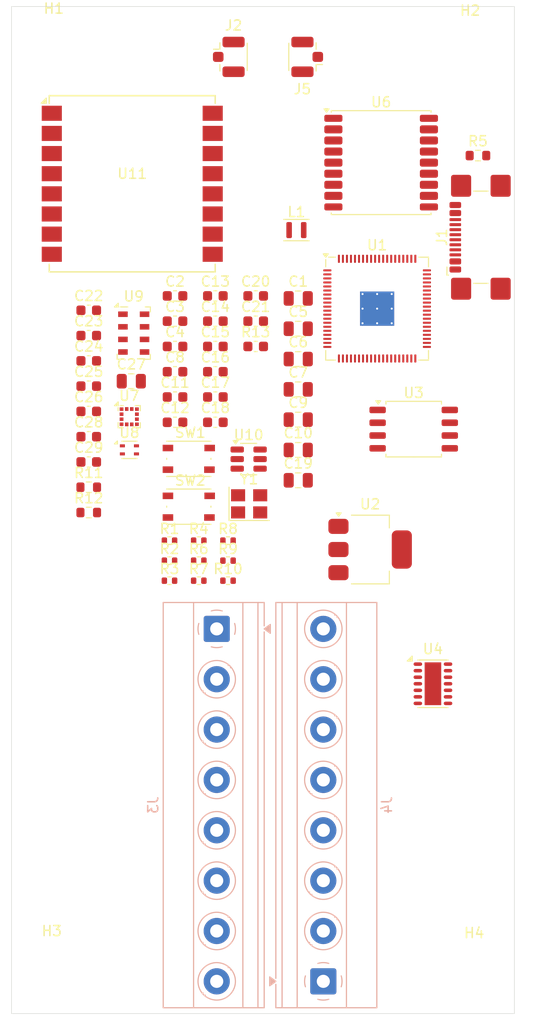
<source format=kicad_pcb>
(kicad_pcb (version 20241229) (generator "pcbnew") (generator_version "9.0")
  (layers (0 "F.Cu" signal) (2 "B.Cu" signal) (13 "F.Paste" user) (15 "B.Paste" user) (5 "F.SilkS" user "F.Silkscreen") (7 "B.SilkS" user "B.Silkscreen") (1 "F.Mask" user) (3 "B.Mask" user) (25 "Edge.Cuts" user))
  (net 0 "")
  (net 1 "GND")
  (net 2 "VBUS")
  (net 3 "+3V3")
  (net 4 "/Compute/XIN")
  (net 5 "Net-(C4-Pad1)")
  (net 6 "+1V1")
  (net 7 "/Compute/VREG_AVDD")
  (net 16 "/Compute/USB_D-")
  (net 17 "/Compute/USB_D+")
  (net 20 "Net-(J1-CC1)")
  (net 21 "Net-(J1-CC2)")
  (net 22 "Net-(J2-In)")
  (net 35 "/Compute/FLASH_SS")
  (net 36 "/Compute/XOUT")
  (net 37 "Net-(R4-Pad1)")
  (net 38 "/Compute/~{USB_BOOT}")
  (net 39 "/Compute/QSPI_SS")
  (net 40 "Net-(U1-USB_DP)")
  (net 41 "Net-(U1-USB_DM)")
  (net 42 "/Compute/GPIO0")
  (net 43 "/Sensors/I2C0_SCL")
  (net 44 "/Sensors/I2C0_SDA")
  (net 45 "/Compute/RUN")
  (net 46 "/Compute/SWCLK")
  (net 47 "/Compute/GPIO47_ADC7")
  (net 48 "/Compute/GPIO22")
  (net 49 "/Compute/VREG_LX")
  (net 50 "/Compute/GPIO14")
  (net 51 "/Compute/GPIO15")
  (net 52 "/Compute/GPIO35")
  (net 53 "/Compute/GPIO5")
  (net 54 "/Compute/GPIO33")
  (net 55 "/Compute/GPIO27")
  (net 56 "/Compute/SWD")
  (net 57 "/Compute/QSPI_SD1")
  (net 58 "/Compute/GPIO31")
  (net 59 "/Compute/QSPI_SD2")
  (net 60 "/Compute/GPIO13")
  (net 61 "/Compute/GPIO34")
  (net 62 "/Compute/GPIO39")
  (net 63 "/Compute/GPIO11")
  (net 64 "/Compute/GPIO20")
  (net 65 "/Compute/GPIO26")
  (net 66 "/Compute/GPIO36")
  (net 67 "/Compute/GPIO40_ADC0")
  (net 68 "/Compute/GPIO46_ADC6")
  (net 69 "/Compute/GPIO21")
  (net 70 "/Compute/QSPI_SD3")
  (net 71 "/Compute/GPIO44_ADC4")
  (net 72 "/Compute/GPIO16")
  (net 73 "/Compute/GPIO9")
  (net 74 "/Compute/GPIO38")
  (net 75 "/Compute/GPIO4")
  (net 76 "/Compute/GPIO23")
  (net 77 "/Compute/GPIO45_ADC5")
  (net 78 "/Compute/GPIO41_ADC1")
  (net 79 "/Compute/GPIO2")
  (net 80 "/Compute/GPIO19")
  (net 81 "/Compute/GPIO29")
  (net 82 "/Compute/GPIO18")
  (net 83 "/Compute/GPIO42_ADC2")
  (net 84 "/Compute/GPIO6")
  (net 85 "/Compute/GPIO3")
  (net 86 "/Compute/GPIO17")
  (net 87 "/Compute/GPIO8")
  (net 88 "/Compute/GPIO12")
  (net 89 "/Compute/QSPI_SCLK")
  (net 90 "/Compute/GPIO37")
  (net 91 "/Compute/GPIO32")
  (net 92 "/Compute/QSPI_SD0")
  (net 93 "/Compute/GPIO7")
  (net 94 "/Compute/GPIO25")
  (net 95 "/Compute/GPIO1")
  (net 96 "/Compute/GPIO10")
  (net 97 "/Compute/GPIO24")
  (net 98 "/Compute/GPIO28")
  (net 99 "/Compute/GPIO43_ADC3")
  (net 100 "/Compute/GPIO30")
  (net 102 "Net-(U4-VSS-Pad15)")
  (net 134 "Net-(U11-GND-Pad16)")
  (net 147 "Net-(J5-In)")
  (net 154 "Net-(U6-GND-Pad1)")
  (footprint "Connector_Coaxial:U.FL_Hirose_U.FL-R-SMT-1_Vertical" (layer "F.Cu") (at 142.8 44.2)
    (property "Reference" "J2" (at 0.475 -3.125 0) (layer "F.SilkS"))
    (property "Value" "Conn_Coaxial")
    (pad "1" smd roundrect (at -1.05 0) (size 1.05 1) (layers "F.Cu" "F.Mask" "F.Paste") (net 22 "Net-(J2-In)"))
    (pad "2" smd roundrect (at 0.475 -1.475) (size 2.2 1.05) (layers "F.Cu" "F.Mask" "F.Paste") (roundrect_rratio 0.2380952381) (net 1 "GND"))
    (pad "2" smd roundrect (at 0.475 1.475) (size 2.2 1.05) (layers "F.Cu" "F.Mask" "F.Paste") (roundrect_rratio 0.2380952381) (net 1 "GND"))
  )
  (footprint "RF_GPS:ublox_MAX" (layer "F.Cu") (at 157.95 54.7)
    (property "Reference" "U6" (at 0 -6 0) (layer "F.SilkS"))
    (property "Value" "MAX-M10S")
    (pad "1" smd roundrect (at -4.75 -4.4) (size 1.8 0.7) (layers "F.Cu" "F.Mask" "F.Paste") (net 154 "Net-(U6-GND-Pad1)"))
    (pad "2" smd roundrect (at -4.75 -3.3) (size 1.8 0.8) (layers "F.Cu" "F.Mask" "F.Paste"))
    (pad "3" smd roundrect (at -4.75 -2.2) (size 1.8 0.8) (layers "F.Cu" "F.Mask" "F.Paste"))
    (pad "4" smd roundrect (at -4.75 -1.1) (size 1.8 0.8) (layers "F.Cu" "F.Mask" "F.Paste"))
    (pad "5" smd roundrect (at -4.75 0) (size 1.8 0.8) (layers "F.Cu" "F.Mask" "F.Paste"))
    (pad "6" smd roundrect (at -4.75 1.1) (size 1.8 0.8) (layers "F.Cu" "F.Mask" "F.Paste"))
    (pad "7" smd roundrect (at -4.75 2.2) (size 1.8 0.8) (layers "F.Cu" "F.Mask" "F.Paste"))
    (pad "8" smd roundrect (at -4.75 3.3) (size 1.8 0.8) (layers "F.Cu" "F.Mask" "F.Paste"))
    (pad "9" smd roundrect (at -4.75 4.4) (size 1.8 0.7) (layers "F.Cu" "F.Mask" "F.Paste"))
    (pad "10" smd roundrect (at 4.75 4.4) (size 1.8 0.7) (layers "F.Cu" "F.Mask" "F.Paste") (net 154 "Net-(U6-GND-Pad1)"))
    (pad "11" smd roundrect (at 4.75 3.3) (size 1.8 0.8) (layers "F.Cu" "F.Mask" "F.Paste") (net 147 "Net-(J5-In)"))
    (pad "12" smd roundrect (at 4.75 2.2) (size 1.8 0.8) (layers "F.Cu" "F.Mask" "F.Paste") (net 154 "Net-(U6-GND-Pad1)"))
    (pad "13" smd roundrect (at 4.75 1.1) (size 1.8 0.8) (layers "F.Cu" "F.Mask" "F.Paste"))
    (pad "14" smd roundrect (at 4.75 0) (size 1.8 0.8) (layers "F.Cu" "F.Mask" "F.Paste"))
    (pad "15" smd roundrect (at 4.75 -1.1) (size 1.8 0.8) (layers "F.Cu" "F.Mask" "F.Paste"))
    (pad "16" smd roundrect (at 4.75 -2.2) (size 1.8 0.8) (layers "F.Cu" "F.Mask" "F.Paste"))
    (pad "17" smd roundrect (at 4.75 -3.3) (size 1.8 0.8) (layers "F.Cu" "F.Mask" "F.Paste"))
    (pad "18" smd roundrect (at 4.75 -4.4) (size 1.8 0.7) (layers "F.Cu" "F.Mask" "F.Paste"))
  )
  (footprint "Capacitor_SMD:C_0603_1608Metric" (layer "F.Cu") (at 137.455 72.955)
    (property "Reference" "C4" (at 0 -1.43 0) (layer "F.SilkS"))
    (property "Value" "15p")
    (pad "1" smd roundrect (at -0.775 0) (size 0.9 0.95) (layers "F.Cu" "F.Mask" "F.Paste") (net 5 "Net-(C4-Pad1)"))
    (pad "2" smd roundrect (at 0.775 0) (size 0.9 0.95) (layers "F.Cu" "F.Mask" "F.Paste") (net 1 "GND"))
  )
  (footprint "Capacitor_SMD:C_0603_1608Metric" (layer "F.Cu") (at 128.875 71.875)
    (property "Reference" "C23" (at 0 -1.43 0) (layer "F.SilkS"))
    (property "Value" "0.1u")
    (pad "1" smd roundrect (at -0.775 0) (size 0.9 0.95) (layers "F.Cu" "F.Mask" "F.Paste") (net 1 "GND"))
    (pad "2" smd roundrect (at 0.775 0) (size 0.9 0.95) (layers "F.Cu" "F.Mask" "F.Paste") (net 3 "+3V3"))
  )
  (footprint "Capacitor_SMD:C_0805_2012Metric" (layer "F.Cu") (at 149.705 71.195)
    (property "Reference" "C5" (at 0 -1.68 0) (layer "F.SilkS"))
    (property "Value" "10u")
    (pad "1" smd roundrect (at -0.95 0) (size 1 1.45) (layers "F.Cu" "F.Mask" "F.Paste") (net 3 "+3V3"))
    (pad "2" smd roundrect (at 0.95 0) (size 1 1.45) (layers "F.Cu" "F.Mask" "F.Paste") (net 1 "GND"))
  )
  (footprint "Package_TO_SOT_SMD:SOT-23-6" (layer "F.Cu") (at 144.775 84.14)
    (property "Reference" "U10" (at 0 -2.4 0) (layer "F.SilkS"))
    (property "Value" "USBLC6-2SC6")
    (pad "1" smd roundrect (at -1.1375 -0.95) (size 1.325 0.6) (layers "F.Cu" "F.Mask" "F.Paste"))
    (pad "2" smd roundrect (at -1.1375 0) (size 1.325 0.6) (layers "F.Cu" "F.Mask" "F.Paste"))
    (pad "3" smd roundrect (at -1.1375 0.95) (size 1.325 0.6) (layers "F.Cu" "F.Mask" "F.Paste"))
    (pad "4" smd roundrect (at 1.1375 0.95) (size 1.325 0.6) (layers "F.Cu" "F.Mask" "F.Paste"))
    (pad "5" smd roundrect (at 1.1375 0) (size 1.325 0.6) (layers "F.Cu" "F.Mask" "F.Paste"))
    (pad "6" smd roundrect (at 1.1375 -0.95) (size 1.325 0.6) (layers "F.Cu" "F.Mask" "F.Paste"))
  )
  (footprint "MountingHole:MountingHole_3.2mm_M3" (layer "F.Cu") (at 167.2 135.4)
    (property "Reference" "H4" (at 0 -4.2 0) (layer "F.SilkS"))
    (property "Value" "MountingHole")
    (pad "" np_thru_hole circle (at 0 0) (size 3.2 3.2) (drill 3.2) (layers "*.Cu" "*.Mask"))
  )
  (footprint "Capacitor_SMD:C_0805_2012Metric" (layer "F.Cu") (at 133.105 76.405)
    (property "Reference" "C27" (at 0 -1.68 0) (layer "F.SilkS"))
    (property "Value" "10u")
    (pad "1" smd roundrect (at -0.95 0) (size 1 1.45) (layers "F.Cu" "F.Mask" "F.Paste"))
    (pad "2" smd roundrect (at 0.95 0) (size 1 1.45) (layers "F.Cu" "F.Mask" "F.Paste"))
  )
  (footprint "Capacitor_SMD:C_0603_1608Metric" (layer "F.Cu") (at 141.465 70.445)
    (property "Reference" "C14" (at 0 -1.43 0) (layer "F.SilkS"))
    (property "Value" "0.1u")
    (pad "1" smd roundrect (at -0.775 0) (size 0.9 0.95) (layers "F.Cu" "F.Mask" "F.Paste") (net 3 "+3V3"))
    (pad "2" smd roundrect (at 0.775 0) (size 0.9 0.95) (layers "F.Cu" "F.Mask" "F.Paste") (net 1 "GND"))
  )
  (footprint "Button_Switch_SMD:SW_Push_1P1T_NO_Vertical_Wuerth_434133025816" (layer "F.Cu") (at 138.825 88.865)
    (property "Reference" "SW2" (at 0.15 -2.6 0) (layer "F.SilkS"))
    (property "Value" "SW_Push")
    (pad "1" smd rect (at -2.075 -1.075) (size 1.05 0.65) (layers "F.Cu" "F.Mask" "F.Paste") (net 37 "Net-(R4-Pad1)"))
    (pad "1" smd rect (at 2.075 -1.075) (size 1.05 0.65) (layers "F.Cu" "F.Mask" "F.Paste") (net 37 "Net-(R4-Pad1)"))
    (pad "2" smd rect (at -2.075 1.075) (size 1.05 0.65) (layers "F.Cu" "F.Mask" "F.Paste") (net 45 "/Compute/RUN"))
    (pad "2" smd rect (at 2.05 1.075) (size 1.05 0.65) (layers "F.Cu" "F.Mask" "F.Paste") (net 45 "/Compute/RUN"))
  )
  (footprint "Capacitor_SMD:C_0805_2012Metric" (layer "F.Cu") (at 149.705 77.215)
    (property "Reference" "C7" (at 0 -1.68 0) (layer "F.SilkS"))
    (property "Value" "4.7u")
    (pad "1" smd roundrect (at -0.95 0) (size 1 1.45) (layers "F.Cu" "F.Mask" "F.Paste") (net 6 "+1V1"))
    (pad "2" smd roundrect (at 0.95 0) (size 1 1.45) (layers "F.Cu" "F.Mask" "F.Paste") (net 1 "GND"))
  )
  (footprint "Capacitor_SMD:C_0805_2012Metric" (layer "F.Cu") (at 149.705 80.225)
    (property "Reference" "C9" (at 0 -1.68 0) (layer "F.SilkS"))
    (property "Value" "4.7u")
    (pad "1" smd roundrect (at -0.95 0) (size 1 1.45) (layers "F.Cu" "F.Mask" "F.Paste") (net 7 "/Compute/VREG_AVDD"))
    (pad "2" smd roundrect (at 0.95 0) (size 1 1.45) (layers "F.Cu" "F.Mask" "F.Paste") (net 1 "GND"))
  )
  (footprint "Resistor_SMD:R_0402_1005Metric" (layer "F.Cu") (at 142.725 92.235)
    (property "Reference" "R8" (at 0 -1.17 0) (layer "F.SilkS"))
    (property "Value" "27")
    (pad "1" smd roundrect (at -0.51 0) (size 0.54 0.64) (layers "F.Cu" "F.Mask" "F.Paste") (net 16 "/Compute/USB_D-"))
    (pad "2" smd roundrect (at 0.51 0) (size 0.54 0.64) (layers "F.Cu" "F.Mask" "F.Paste") (net 41 "Net-(U1-USB_DM)"))
  )
  (footprint "Package_TO_SOT_SMD:SOT-223-3_TabPin2" (layer "F.Cu") (at 156.855 93.12)
    (property "Reference" "U2" (at 0 -4.5 0) (layer "F.SilkS"))
    (property "Value" "NCP1117-3.3_SOT223")
    (pad "1" smd roundrect (at -3.15 -2.3) (size 2 1.5) (layers "F.Cu" "F.Mask" "F.Paste") (net 1 "GND"))
    (pad "2" smd roundrect (at -3.15 0) (size 2 1.5) (layers "F.Cu" "F.Mask" "F.Paste") (net 3 "+3V3"))
    (pad "2" smd roundrect (at 3.15 0) (size 2 3.8) (layers "F.Cu" "F.Mask" "F.Paste") (net 3 "+3V3"))
    (pad "3" smd roundrect (at -3.15 2.3) (size 2 1.5) (layers "F.Cu" "F.Mask" "F.Paste") (net 2 "VBUS"))
  )
  (footprint "Resistor_SMD:R_0402_1005Metric" (layer "F.Cu") (at 142.725 96.215)
    (property "Reference" "R10" (at 0 -1.17 0) (layer "F.SilkS"))
    (property "Value" "0")
    (pad "1" smd roundrect (at -0.51 0) (size 0.54 0.64) (layers "F.Cu" "F.Mask" "F.Paste") (net 39 "/Compute/QSPI_SS"))
    (pad "2" smd roundrect (at 0.51 0) (size 0.54 0.64) (layers "F.Cu" "F.Mask" "F.Paste") (net 35 "/Compute/FLASH_SS"))
  )
  (footprint "Button_Switch_SMD:SW_Push_1P1T_NO_Vertical_Wuerth_434133025816" (layer "F.Cu") (at 138.825 84.115)
    (property "Reference" "SW1" (at 0.15 -2.6 0) (layer "F.SilkS"))
    (property "Value" "SW_Push")
    (pad "1" smd rect (at -2.075 -1.075) (size 1.05 0.65) (layers "F.Cu" "F.Mask" "F.Paste") (net 1 "GND"))
    (pad "1" smd rect (at 2.075 -1.075) (size 1.05 0.65) (layers "F.Cu" "F.Mask" "F.Paste") (net 1 "GND"))
    (pad "2" smd rect (at -2.075 1.075) (size 1.05 0.65) (layers "F.Cu" "F.Mask" "F.Paste") (net 38 "/Compute/~{USB_BOOT}"))
    (pad "2" smd rect (at 2.05 1.075) (size 1.05 0.65) (layers "F.Cu" "F.Mask" "F.Paste") (net 38 "/Compute/~{USB_BOOT}"))
  )
  (footprint "RF_Module:Ai-Thinker-Ra-01-LoRa" (layer "F.Cu") (at 133.2 56.8)
    (property "Reference" "U11" (at 0 -1 0) (layer "F.SilkS"))
    (property "Value" "Ai-Thinker-Ra-01")
    (pad "1" smd rect (at -8 -7) (size 2 1.5) (layers "F.Cu" "F.Mask" "F.Paste") (net 22 "Net-(J2-In)"))
    (pad "2" smd rect (at -8 -5) (size 2 1.5) (layers "F.Cu" "F.Mask" "F.Paste") (net 134 "Net-(U11-GND-Pad16)"))
    (pad "3" smd rect (at -8 -3) (size 2 1.5) (layers "F.Cu" "F.Mask" "F.Paste"))
    (pad "4" smd rect (at -8 -1) (size 2 1.5) (layers "F.Cu" "F.Mask" "F.Paste"))
    (pad "5" smd rect (at -8 1) (size 2 1.5) (layers "F.Cu" "F.Mask" "F.Paste"))
    (pad "6" smd rect (at -8 3) (size 2 1.5) (layers "F.Cu" "F.Mask" "F.Paste"))
    (pad "7" smd rect (at -8 5) (size 2 1.5) (layers "F.Cu" "F.Mask" "F.Paste"))
    (pad "8" smd rect (at -8 7) (size 2 1.5) (layers "F.Cu" "F.Mask" "F.Paste"))
    (pad "9" smd rect (at 8 7) (size 2 1.5) (layers "F.Cu" "F.Mask" "F.Paste") (net 134 "Net-(U11-GND-Pad16)"))
    (pad "10" smd rect (at 8 5) (size 2 1.5) (layers "F.Cu" "F.Mask" "F.Paste"))
    (pad "11" smd rect (at 8 3) (size 2 1.5) (layers "F.Cu" "F.Mask" "F.Paste"))
    (pad "12" smd rect (at 8 1) (size 2 1.5) (layers "F.Cu" "F.Mask" "F.Paste"))
    (pad "13" smd rect (at 8 -1) (size 2 1.5) (layers "F.Cu" "F.Mask" "F.Paste"))
    (pad "14" smd rect (at 8 -3) (size 2 1.5) (layers "F.Cu" "F.Mask" "F.Paste"))
    (pad "15" smd rect (at 8 -5) (size 2 1.5) (layers "F.Cu" "F.Mask" "F.Paste"))
    (pad "16" smd rect (at 8 -7) (size 2 1.5) (layers "F.Cu" "F.Mask" "F.Paste") (net 134 "Net-(U11-GND-Pad16)"))
  )
  (footprint "Capacitor_SMD:C_0603_1608Metric" (layer "F.Cu") (at 141.465 72.955)
    (property "Reference" "C15" (at 0 -1.43 0) (layer "F.SilkS"))
    (property "Value" "0.1u")
    (pad "1" smd roundrect (at -0.775 0) (size 0.9 0.95) (layers "F.Cu" "F.Mask" "F.Paste") (net 3 "+3V3"))
    (pad "2" smd roundrect (at 0.775 0) (size 0.9 0.95) (layers "F.Cu" "F.Mask" "F.Paste") (net 1 "GND"))
  )
  (footprint "Connector_Coaxial:U.FL_Hirose_U.FL-R-SMT-1_Vertical" (layer "F.Cu") (at 150.6 44.2 180)
    (property "Reference" "J5" (at 0.475 -3.2 0) (layer "F.SilkS"))
    (property "Value" "Conn_Coaxial")
    (pad "1" smd roundrect (at -1.05 0 180) (size 1.05 1) (layers "F.Cu" "F.Mask" "F.Paste") (net 147 "Net-(J5-In)"))
    (pad "2" smd roundrect (at 0.475 -1.475 180) (size 2.2 1.05) (layers "F.Cu" "F.Mask" "F.Paste") (roundrect_rratio 0.2380952381) (net 1 "GND"))
    (pad "2" smd roundrect (at 0.475 1.475 180) (size 2.2 1.05) (layers "F.Cu" "F.Mask" "F.Paste") (roundrect_rratio 0.2380952381) (net 1 "GND"))
  )
  (footprint "Capacitor_SMD:C_0603_1608Metric" (layer "F.Cu") (at 137.455 70.445)
    (property "Reference" "C3" (at 0 -1.43 0) (layer "F.SilkS"))
    (property "Value" "15p")
    (pad "1" smd roundrect (at -0.775 0) (size 0.9 0.95) (layers "F.Cu" "F.Mask" "F.Paste") (net 4 "/Compute/XIN"))
    (pad "2" smd roundrect (at 0.775 0) (size 0.9 0.95) (layers "F.Cu" "F.Mask" "F.Paste") (net 1 "GND"))
  )
  (footprint "Capacitor_SMD:C_0805_2012Metric" (layer "F.Cu") (at 149.705 68.185)
    (property "Reference" "C1" (at 0 -1.68 0) (layer "F.SilkS"))
    (property "Value" "10u")
    (pad "1" smd roundrect (at -0.95 0) (size 1 1.45) (layers "F.Cu" "F.Mask" "F.Paste") (net 2 "VBUS"))
    (pad "2" smd roundrect (at 0.95 0) (size 1 1.45) (layers "F.Cu" "F.Mask" "F.Paste") (net 1 "GND"))
  )
  (footprint "Capacitor_SMD:C_0603_1608Metric" (layer "F.Cu") (at 128.875 74.385)
    (property "Reference" "C24" (at 0 -1.43 0) (layer "F.SilkS"))
    (property "Value" "0.1u")
    (pad "1" smd roundrect (at -0.775 0) (size 0.9 0.95) (layers "F.Cu" "F.Mask" "F.Paste") (net 1 "GND"))
    (pad "2" smd roundrect (at 0.775 0) (size 0.9 0.95) (layers "F.Cu" "F.Mask" "F.Paste") (net 3 "+3V3"))
  )
  (footprint "Capacitor_SMD:C_0805_2012Metric" (layer "F.Cu") (at 149.705 83.235)
    (property "Reference" "C10" (at 0 -1.68 0) (layer "F.SilkS"))
    (property "Value" "4.7u")
    (pad "1" smd roundrect (at -0.95 0) (size 1 1.45) (layers "F.Cu" "F.Mask" "F.Paste") (net 6 "+1V1"))
    (pad "2" smd roundrect (at 0.95 0) (size 1 1.45) (layers "F.Cu" "F.Mask" "F.Paste") (net 1 "GND"))
  )
  (footprint "Capacitor_SMD:C_0603_1608Metric" (layer "F.Cu") (at 141.465 80.485)
    (property "Reference" "C18" (at 0 -1.43 0) (layer "F.SilkS"))
    (property "Value" "0.1u")
    (pad "1" smd roundrect (at -0.775 0) (size 0.9 0.95) (layers "F.Cu" "F.Mask" "F.Paste") (net 3 "+3V3"))
    (pad "2" smd roundrect (at 0.775 0) (size 0.9 0.95) (layers "F.Cu" "F.Mask" "F.Paste") (net 1 "GND"))
  )
  (footprint "MountingHole:MountingHole_3.2mm_M3" (layer "F.Cu") (at 125.4 43.6)
    (property "Reference" "H1" (at 0 -4.2 0) (layer "F.SilkS"))
    (property "Value" "MountingHole")
    (pad "" np_thru_hole circle (at 0 0) (size 3.2 3.2) (drill 3.2) (layers "*.Cu" "*.Mask"))
  )
  (footprint "Capacitor_SMD:C_0603_1608Metric" (layer "F.Cu") (at 141.465 75.465)
    (property "Reference" "C16" (at 0 -1.43 0) (layer "F.SilkS"))
    (property "Value" "0.1u")
    (pad "1" smd roundrect (at -0.775 0) (size 0.9 0.95) (layers "F.Cu" "F.Mask" "F.Paste") (net 3 "+3V3"))
    (pad "2" smd roundrect (at 0.775 0) (size 0.9 0.95) (layers "F.Cu" "F.Mask" "F.Paste") (net 1 "GND"))
  )
  (footprint "Capacitor_SMD:C_0603_1608Metric" (layer "F.Cu") (at 128.875 79.405)
    (property "Reference" "C26" (at 0 -1.43 0) (layer "F.SilkS"))
    (property "Value" "0.1u")
    (pad "1" smd roundrect (at -0.775 0) (size 0.9 0.95) (layers "F.Cu" "F.Mask" "F.Paste"))
    (pad "2" smd roundrect (at 0.775 0) (size 0.9 0.95) (layers "F.Cu" "F.Mask" "F.Paste"))
  )
  (footprint "Sensor_Humidity:Sensirion_DFN-4_1.5x1.5mm_P0.8mm_SHT4x_NoCentralPad" (layer "F.Cu") (at 132.92 83.225)
    (property "Reference" "U8" (at 0 -1.7 0) (layer "F.SilkS"))
    (property "Value" "SHT4x")
    (pad "1" smd rect (at -0.7 -0.4) (size 0.5 0.3) (layers "F.Cu" "F.Mask" "F.Paste") (net 44 "/Sensors/I2C0_SDA"))
    (pad "2" smd rect (at -0.7 0.4) (size 0.5 0.3) (layers "F.Cu" "F.Mask" "F.Paste") (net 43 "/Sensors/I2C0_SCL"))
    (pad "3" smd rect (at 0.7 0.4) (size 0.5 0.3) (layers "F.Cu" "F.Mask" "F.Paste") (net 3 "+3V3"))
    (pad "4" smd rect (at 0.7 -0.4) (size 0.5 0.3) (layers "F.Cu" "F.Mask" "F.Paste") (net 1 "GND"))
  )
  (footprint "Capacitor_SMD:C_0603_1608Metric" (layer "F.Cu") (at 128.875 76.895)
    (property "Reference" "C25" (at 0 -1.43 0) (layer "F.SilkS"))
    (property "Value" "0.1u")
    (pad "1" smd roundrect (at -0.775 0) (size 0.9 0.95) (layers "F.Cu" "F.Mask" "F.Paste"))
    (pad "2" smd roundrect (at 0.775 0) (size 0.9 0.95) (layers "F.Cu" "F.Mask" "F.Paste"))
  )
  (footprint "Resistor_SMD:R_0603_1608Metric" (layer "F.Cu") (at 128.875 89.445)
    (property "Reference" "R12" (at 0 -1.43 0) (layer "F.SilkS"))
    (property "Value" "1K")
    (pad "1" smd roundrect (at -0.825 0) (size 0.8 0.95) (layers "F.Cu" "F.Mask" "F.Paste") (net 3 "+3V3"))
    (pad "2" smd roundrect (at 0.825 0) (size 0.8 0.95) (layers "F.Cu" "F.Mask" "F.Paste") (net 44 "/Sensors/I2C0_SDA"))
  )
  (footprint "Capacitor_SMD:C_0603_1608Metric" (layer "F.Cu") (at 128.875 81.915)
    (property "Reference" "C28" (at 0 -1.43 0) (layer "F.SilkS"))
    (property "Value" "0.1u")
    (pad "1" smd roundrect (at -0.775 0) (size 0.9 0.95) (layers "F.Cu" "F.Mask" "F.Paste") (net 3 "+3V3"))
    (pad "2" smd roundrect (at 0.775 0) (size 0.9 0.95) (layers "F.Cu" "F.Mask" "F.Paste") (net 1 "GND"))
  )
  (footprint "Capacitor_SMD:C_0603_1608Metric" (layer "F.Cu") (at 137.455 77.975)
    (property "Reference" "C11" (at 0 -1.43 0) (layer "F.SilkS"))
    (property "Value" "0.1u")
    (pad "1" smd roundrect (at -0.775 0) (size 0.9 0.95) (layers "F.Cu" "F.Mask" "F.Paste") (net 6 "+1V1"))
    (pad "2" smd roundrect (at 0.775 0) (size 0.9 0.95) (layers "F.Cu" "F.Mask" "F.Paste") (net 1 "GND"))
  )
  (footprint "Capacitor_SMD:C_0603_1608Metric" (layer "F.Cu") (at 141.465 77.975)
    (property "Reference" "C17" (at 0 -1.43 0) (layer "F.SilkS"))
    (property "Value" "0.1u")
    (pad "1" smd roundrect (at -0.775 0) (size 0.9 0.95) (layers "F.Cu" "F.Mask" "F.Paste") (net 3 "+3V3"))
    (pad "2" smd roundrect (at 0.775 0) (size 0.9 0.95) (layers "F.Cu" "F.Mask" "F.Paste") (net 1 "GND"))
  )
  (footprint "Capacitor_SMD:C_0603_1608Metric" (layer "F.Cu") (at 145.475 67.935)
    (property "Reference" "C20" (at 0 -1.43 0) (layer "F.SilkS"))
    (property "Value" "0.1u")
    (pad "1" smd roundrect (at -0.775 0) (size 0.9 0.95) (layers "F.Cu" "F.Mask" "F.Paste") (net 3 "+3V3"))
    (pad "2" smd roundrect (at 0.775 0) (size 0.9 0.95) (layers "F.Cu" "F.Mask" "F.Paste") (net 1 "GND"))
  )
  (footprint "Resistor_SMD:R_0402_1005Metric" (layer "F.Cu") (at 139.815 96.215)
    (property "Reference" "R7" (at 0 -1.17 0) (layer "F.SilkS"))
    (property "Value" "27")
    (pad "1" smd roundrect (at -0.51 0) (size 0.54 0.64) (layers "F.Cu" "F.Mask" "F.Paste") (net 17 "/Compute/USB_D+"))
    (pad "2" smd roundrect (at 0.51 0) (size 0.54 0.64) (layers "F.Cu" "F.Mask" "F.Paste") (net 40 "Net-(U1-USB_DP)"))
  )
  (footprint "Package_DFN_QFN:QFN-80-1EP_10x10mm_P0.4mm_EP3.4x3.4mm_ThermalVias" (layer "F.Cu") (at 157.55 69.2)
    (property "Reference" "U1" (at 0 -6.3 0) (layer "F.SilkS"))
    (property "Value" "RP2350_80QFN")
    (pad "1" smd roundrect (at -4.95 -3.8) (size 0.8 0.2) (layers "F.Cu" "F.Mask" "F.Paste") (net 75 "/Compute/GPIO4"))
    (pad "2" smd roundrect (at -4.95 -3.4) (size 0.8 0.2) (layers "F.Cu" "F.Mask" "F.Paste") (net 53 "/Compute/GPIO5"))
    (pad "3" smd roundrect (at -4.95 -3) (size 0.8 0.2) (layers "F.Cu" "F.Mask" "F.Paste") (net 84 "/Compute/GPIO6"))
    (pad "4" smd roundrect (at -4.95 -2.6) (size 0.8 0.2) (layers "F.Cu" "F.Mask" "F.Paste") (net 93 "/Compute/GPIO7"))
    (pad "5" smd roundrect (at -4.95 -2.2) (size 0.8 0.2) (layers "F.Cu" "F.Mask" "F.Paste") (net 3 "+3V3"))
    (pad "6" smd roundrect (at -4.95 -1.8) (size 0.8 0.2) (layers "F.Cu" "F.Mask" "F.Paste") (net 87 "/Compute/GPIO8"))
    (pad "7" smd roundrect (at -4.95 -1.4) (size 0.8 0.2) (layers "F.Cu" "F.Mask" "F.Paste") (net 73 "/Compute/GPIO9"))
    (pad "8" smd roundrect (at -4.95 -1) (size 0.8 0.2) (layers "F.Cu" "F.Mask" "F.Paste") (net 96 "/Compute/GPIO10"))
    (pad "9" smd roundrect (at -4.95 -0.6) (size 0.8 0.2) (layers "F.Cu" "F.Mask" "F.Paste") (net 63 "/Compute/GPIO11"))
    (pad "10" smd roundrect (at -4.95 -0.2) (size 0.8 0.2) (layers "F.Cu" "F.Mask" "F.Paste") (net 6 "+1V1"))
    (pad "11" smd roundrect (at -4.95 0.2) (size 0.8 0.2) (layers "F.Cu" "F.Mask" "F.Paste") (net 88 "/Compute/GPIO12"))
    (pad "12" smd roundrect (at -4.95 0.6) (size 0.8 0.2) (layers "F.Cu" "F.Mask" "F.Paste") (net 60 "/Compute/GPIO13"))
    (pad "13" smd roundrect (at -4.95 1) (size 0.8 0.2) (layers "F.Cu" "F.Mask" "F.Paste") (net 50 "/Compute/GPIO14"))
    (pad "14" smd roundrect (at -4.95 1.4) (size 0.8 0.2) (layers "F.Cu" "F.Mask" "F.Paste") (net 51 "/Compute/GPIO15"))
    (pad "15" smd roundrect (at -4.95 1.8) (size 0.8 0.2) (layers "F.Cu" "F.Mask" "F.Paste") (net 3 "+3V3"))
    (pad "16" smd roundrect (at -4.95 2.2) (size 0.8 0.2) (layers "F.Cu" "F.Mask" "F.Paste") (net 72 "/Compute/GPIO16"))
    (pad "17" smd roundrect (at -4.95 2.6) (size 0.8 0.2) (layers "F.Cu" "F.Mask" "F.Paste") (net 86 "/Compute/GPIO17"))
    (pad "18" smd roundrect (at -4.95 3) (size 0.8 0.2) (layers "F.Cu" "F.Mask" "F.Paste") (net 82 "/Compute/GPIO18"))
    (pad "19" smd roundrect (at -4.95 3.4) (size 0.8 0.2) (layers "F.Cu" "F.Mask" "F.Paste") (net 80 "/Compute/GPIO19"))
    (pad "20" smd roundrect (at -4.95 3.8) (size 0.8 0.2) (layers "F.Cu" "F.Mask" "F.Paste") (net 64 "/Compute/GPIO20"))
    (pad "21" smd roundrect (at -3.8 4.95) (size 0.2 0.8) (layers "F.Cu" "F.Mask" "F.Paste") (net 69 "/Compute/GPIO21"))
    (pad "22" smd roundrect (at -3.4 4.95) (size 0.2 0.8) (layers "F.Cu" "F.Mask" "F.Paste") (net 48 "/Compute/GPIO22"))
    (pad "23" smd roundrect (at -3 4.95) (size 0.2 0.8) (layers "F.Cu" "F.Mask" "F.Paste") (net 76 "/Compute/GPIO23"))
    (pad "24" smd roundrect (at -2.6 4.95) (size 0.2 0.8) (layers "F.Cu" "F.Mask" "F.Paste") (net 3 "+3V3"))
    (pad "25" smd roundrect (at -2.2 4.95) (size 0.2 0.8) (layers "F.Cu" "F.Mask" "F.Paste") (net 97 "/Compute/GPIO24"))
    (pad "26" smd roundrect (at -1.8 4.95) (size 0.2 0.8) (layers "F.Cu" "F.Mask" "F.Paste") (net 94 "/Compute/GPIO25"))
    (pad "27" smd roundrect (at -1.4 4.95) (size 0.2 0.8) (layers "F.Cu" "F.Mask" "F.Paste") (net 65 "/Compute/GPIO26"))
    (pad "28" smd roundrect (at -1 4.95) (size 0.2 0.8) (layers "F.Cu" "F.Mask" "F.Paste") (net 55 "/Compute/GPIO27"))
    (pad "29" smd roundrect (at -0.6 4.95) (size 0.2 0.8) (layers "F.Cu" "F.Mask" "F.Paste") (net 3 "+3V3"))
    (pad "30" smd roundrect (at -0.2 4.95) (size 0.2 0.8) (layers "F.Cu" "F.Mask" "F.Paste") (net 4 "/Compute/XIN"))
    (pad "31" smd roundrect (at 0.2 4.95) (size 0.2 0.8) (layers "F.Cu" "F.Mask" "F.Paste") (net 36 "/Compute/XOUT"))
    (pad "32" smd roundrect (at 0.6 4.95) (size 0.2 0.8) (layers "F.Cu" "F.Mask" "F.Paste") (net 6 "+1V1"))
    (pad "33" smd roundrect (at 1 4.95) (size 0.2 0.8) (layers "F.Cu" "F.Mask" "F.Paste") (net 46 "/Compute/SWCLK"))
    (pad "34" smd roundrect (at 1.4 4.95) (size 0.2 0.8) (layers "F.Cu" "F.Mask" "F.Paste") (net 56 "/Compute/SWD"))
    (pad "35" smd roundrect (at 1.8 4.95) (size 0.2 0.8) (layers "F.Cu" "F.Mask" "F.Paste") (net 45 "/Compute/RUN"))
    (pad "36" smd roundrect (at 2.2 4.95) (size 0.2 0.8) (layers "F.Cu" "F.Mask" "F.Paste") (net 98 "/Compute/GPIO28"))
    (pad "37" smd roundrect (at 2.6 4.95) (size 0.2 0.8) (layers "F.Cu" "F.Mask" "F.Paste") (net 81 "/Compute/GPIO29"))
    (pad "38" smd roundrect (at 3 4.95) (size 0.2 0.8) (layers "F.Cu" "F.Mask" "F.Paste") (net 100 "/Compute/GPIO30"))
    (pad "39" smd roundrect (at 3.4 4.95) (size 0.2 0.8) (layers "F.Cu" "F.Mask" "F.Paste") (net 58 "/Compute/GPIO31"))
    (pad "40" smd roundrect (at 3.8 4.95) (size 0.2 0.8) (layers "F.Cu" "F.Mask" "F.Paste") (net 91 "/Compute/GPIO32"))
    (pad "41" smd roundrect (at 4.95 3.8) (size 0.8 0.2) (layers "F.Cu" "F.Mask" "F.Paste") (net 3 "+3V3"))
    (pad "42" smd roundrect (at 4.95 3.4) (size 0.8 0.2) (layers "F.Cu" "F.Mask" "F.Paste") (net 54 "/Compute/GPIO33"))
    (pad "43" smd roundrect (at 4.95 3) (size 0.8 0.2) (layers "F.Cu" "F.Mask" "F.Paste") (net 61 "/Compute/GPIO34"))
    (pad "44" smd roundrect (at 4.95 2.6) (size 0.8 0.2) (layers "F.Cu" "F.Mask" "F.Paste") (net 52 "/Compute/GPIO35"))
    (pad "45" smd roundrect (at 4.95 2.2) (size 0.8 0.2) (layers "F.Cu" "F.Mask" "F.Paste") (net 66 "/Compute/GPIO36"))
    (pad "46" smd roundrect (at 4.95 1.8) (size 0.8 0.2) (layers "F.Cu" "F.Mask" "F.Paste") (net 90 "/Compute/GPIO37"))
    (pad "47" smd roundrect (at 4.95 1.4) (size 0.8 0.2) (layers "F.Cu" "F.Mask" "F.Paste") (net 74 "/Compute/GPIO38"))
    (pad "48" smd roundrect (at 4.95 1) (size 0.8 0.2) (layers "F.Cu" "F.Mask" "F.Paste") (net 62 "/Compute/GPIO39"))
    (pad "49" smd roundrect (at 4.95 0.6) (size 0.8 0.2) (layers "F.Cu" "F.Mask" "F.Paste") (net 67 "/Compute/GPIO40_ADC0"))
    (pad "50" smd roundrect (at 4.95 0.2) (size 0.8 0.2) (layers "F.Cu" "F.Mask" "F.Paste") (net 3 "+3V3"))
    (pad "51" smd roundrect (at 4.95 -0.2) (size 0.8 0.2) (layers "F.Cu" "F.Mask" "F.Paste") (net 6 "+1V1"))
    (pad "52" smd roundrect (at 4.95 -0.6) (size 0.8 0.2) (layers "F.Cu" "F.Mask" "F.Paste") (net 78 "/Compute/GPIO41_ADC1"))
    (pad "53" smd roundrect (at 4.95 -1) (size 0.8 0.2) (layers "F.Cu" "F.Mask" "F.Paste") (net 83 "/Compute/GPIO42_ADC2"))
    (pad "54" smd roundrect (at 4.95 -1.4) (size 0.8 0.2) (layers "F.Cu" "F.Mask" "F.Paste") (net 99 "/Compute/GPIO43_ADC3"))
    (pad "55" smd roundrect (at 4.95 -1.8) (size 0.8 0.2) (layers "F.Cu" "F.Mask" "F.Paste") (net 71 "/Compute/GPIO44_ADC4"))
    (pad "56" smd roundrect (at 4.95 -2.2) (size 0.8 0.2) (layers "F.Cu" "F.Mask" "F.Paste") (net 77 "/Compute/GPIO45_ADC5"))
    (pad "57" smd roundrect (at 4.95 -2.6) (size 0.8 0.2) (layers "F.Cu" "F.Mask" "F.Paste") (net 68 "/Compute/GPIO46_ADC6"))
    (pad "58" smd roundrect (at 4.95 -3) (size 0.8 0.2) (layers "F.Cu" "F.Mask" "F.Paste") (net 47 "/Compute/GPIO47_ADC7"))
    (pad "59" smd roundrect (at 4.95 -3.4) (size 0.8 0.2) (layers "F.Cu" "F.Mask" "F.Paste") (net 3 "+3V3"))
    (pad "60" smd roundrect (at 4.95 -3.8) (size 0.8 0.2) (layers "F.Cu" "F.Mask" "F.Paste") (net 3 "+3V3"))
    (pad "61" smd roundrect (at 3.8 -4.95) (size 0.2 0.8) (layers "F.Cu" "F.Mask" "F.Paste") (net 7 "/Compute/VREG_AVDD"))
    (pad "62" smd roundrect (at 3.4 -4.95) (size 0.2 0.8) (layers "F.Cu" "F.Mask" "F.Paste") (net 1 "GND"))
    (pad "63" smd roundrect (at 3 -4.95) (size 0.2 0.8) (layers "F.Cu" "F.Mask" "F.Paste") (net 49 "/Compute/VREG_LX"))
    (pad "64" smd roundrect (at 2.6 -4.95) (size 0.2 0.8) (layers "F.Cu" "F.Mask" "F.Paste") (net 6 "+1V1"))
    (pad "65" smd roundrect (at 2.2 -4.95) (size 0.2 0.8) (layers "F.Cu" "F.Mask" "F.Paste") (net 6 "+1V1"))
    (pad "66" smd roundrect (at 1.8 -4.95) (size 0.2 0.8) (layers "F.Cu" "F.Mask" "F.Paste") (net 41 "Net-(U1-USB_DM)"))
    (pad "67" smd roundrect (at 1.4 -4.95) (size 0.2 0.8) (layers "F.Cu" "F.Mask" "F.Paste") (net 40 "Net-(U1-USB_DP)"))
    (pad "68" smd roundrect (at 1 -4.95) (size 0.2 0.8) (layers "F.Cu" "F.Mask" "F.Paste") (net 3 "+3V3"))
    (pad "69" smd roundrect (at 0.6 -4.95) (size 0.2 0.8) (layers "F.Cu" "F.Mask" "F.Paste") (net 3 "+3V3"))
    (pad "70" smd roundrect (at 0.2 -4.95) (size 0.2 0.8) (layers "F.Cu" "F.Mask" "F.Paste") (net 70 "/Compute/QSPI_SD3"))
    (pad "71" smd roundrect (at -0.2 -4.95) (size 0.2 0.8) (layers "F.Cu" "F.Mask" "F.Paste") (net 89 "/Compute/QSPI_SCLK"))
    (pad "72" smd roundrect (at -0.6 -4.95) (size 0.2 0.8) (layers "F.Cu" "F.Mask" "F.Paste") (net 92 "/Compute/QSPI_SD0"))
    (pad "73" smd roundrect (at -1 -4.95) (size 0.2 0.8) (layers "F.Cu" "F.Mask" "F.Paste") (net 59 "/Compute/QSPI_SD2"))
    (pad "74" smd roundrect (at -1.4 -4.95) (size 0.2 0.8) (layers "F.Cu" "F.Mask" "F.Paste") (net 57 "/Compute/QSPI_SD1"))
    (pad "75" smd roundrect (at -1.8 -4.95) (size 0.2 0.8) (layers "F.Cu" "F.Mask" "F.Paste") (net 39 "/Compute/QSPI_SS"))
    (pad "76" smd roundrect (at -2.2 -4.95) (size 0.2 0.8) (layers "F.Cu" "F.Mask" "F.Paste") (net 3 "+3V3"))
    (pad "77" smd roundrect (at -2.6 -4.95) (size 0.2 0.8) (layers "F.Cu" "F.Mask" "F.Paste") (net 42 "/Compute/GPIO0"))
    (pad "78" smd roundrect (at -3 -4.95) (size 0.2 0.8) (layers "F.Cu" "F.Mask" "F.Paste") (net 95 "/Compute/GPIO1"))
    (pad "79" smd roundrect (at -3.4 -4.95) (size 0.2 0.8) (layers "F.Cu" "F.Mask" "F.Paste") (net 79 "/Compute/GPIO2"))
    (pad "80" smd roundrect (at -3.8 -4.95) (size 0.2 0.8) (layers "F.Cu" "F.Mask" "F.Paste") (net 85 "/Compute/GPIO3"))
    (pad "81" thru_hole circle (at -1.45 -1.45) (size 0.5 0.5) (drill 0.2) (property pad_prop_heatsink) (layers "*.Cu") (net 1 "GND"))
    (pad "81" thru_hole circle (at -1.45 0) (size 0.5 0.5) (drill 0.2) (property pad_prop_heatsink) (layers "*.Cu") (net 1 "GND"))
    (pad "81" thru_hole circle (at -1.45 1.45) (size 0.5 0.5) (drill 0.2) (property pad_prop_heatsink) (layers "*.Cu") (net 1 "GND"))
    (pad "81" thru_hole circle (at 0 -1.45) (size 0.5 0.5) (drill 0.2) (property pad_prop_heatsink) (layers "*.Cu") (net 1 "GND"))
    (pad "81" thru_hole circle (at 0 0) (size 0.5 0.5) (drill 0.2) (property pad_prop_heatsink) (layers "*.Cu") (net 1 "GND"))
    (pad "81" smd rect (at 0 0) (size 3.4 3.4) (property pad_prop_heatsink) (layers "F.Cu" "F.Mask") (net 1 "GND"))
    (pad "81" smd rect (at 0 0) (size 3.4 3.4) (property pad_prop_heatsink) (layers "B.Cu") (net 1 "GND"))
    (pad "81" thru_hole circle (at 0 1.45) (size 0.5 0.5) (drill 0.2) (property pad_prop_heatsink) (layers "*.Cu") (net 1 "GND"))
    (pad "81" thru_hole circle (at 1.45 -1.45) (size 0.5 0.5) (drill 0.2) (property pad_prop_heatsink) (layers "*.Cu") (net 1 "GND"))
    (pad "81" thru_hole circle (at 1.45 0) (size 0.5 0.5) (drill 0.2) (property pad_prop_heatsink) (layers "*.Cu") (net 1 "GND"))
    (pad "81" thru_hole circle (at 1.45 1.45) (size 0.5 0.5) (drill 0.2) (property pad_prop_heatsink) (layers "*.Cu") (net 1 "GND"))
  )
  (footprint "Capacitor_SMD:C_0603_1608Metric" (layer "F.Cu") (at 141.465 67.935)
    (property "Reference" "C13" (at 0 -1.43 0) (layer "F.SilkS"))
    (property "Value" "0.1u")
    (pad "1" smd roundrect (at -0.775 0) (size 0.9 0.95) (layers "F.Cu" "F.Mask" "F.Paste") (net 3 "+3V3"))
    (pad "2" smd roundrect (at 0.775 0) (size 0.9 0.95) (layers "F.Cu" "F.Mask" "F.Paste") (net 1 "GND"))
  )
  (footprint "Capacitor_SMD:C_0805_2012Metric" (layer "F.Cu") (at 149.705 86.245)
    (property "Reference" "C19" (at 0 -1.68 0) (layer "F.SilkS"))
    (property "Value" "10u")
    (pad "1" smd roundrect (at -0.95 0) (size 1 1.45) (layers "F.Cu" "F.Mask" "F.Paste") (net 3 "+3V3"))
    (pad "2" smd roundrect (at 0.95 0) (size 1 1.45) (layers "F.Cu" "F.Mask" "F.Paste") (net 1 "GND"))
  )
  (footprint "MountingHole:MountingHole_3.2mm_M3" (layer "F.Cu") (at 125.2 135.2)
    (property "Reference" "H3" (at 0 -4.2 0) (layer "F.SilkS"))
    (property "Value" "MountingHole")
    (pad "" np_thru_hole circle (at 0 0) (size 3.2 3.2) (drill 3.2) (layers "*.Cu" "*.Mask"))
  )
  (footprint "Package_SO:SOIC-8_5.3x5.3mm_P1.27mm" (layer "F.Cu") (at 161.1875 81.165)
    (property "Reference" "U3" (at 0 -3.6 0) (layer "F.SilkS"))
    (property "Value" "W25Q32JVSS")
    (pad "1" smd roundrect (at -3.5875 -1.905) (size 1.625 0.65) (layers "F.Cu" "F.Mask" "F.Paste") (net 35 "/Compute/FLASH_SS"))
    (pad "2" smd roundrect (at -3.5875 -0.635) (size 1.625 0.65) (layers "F.Cu" "F.Mask" "F.Paste") (net 57 "/Compute/QSPI_SD1"))
    (pad "3" smd roundrect (at -3.5875 0.635) (size 1.625 0.65) (layers "F.Cu" "F.Mask" "F.Paste") (net 59 "/Compute/QSPI_SD2"))
    (pad "4" smd roundrect (at -3.5875 1.905) (size 1.625 0.65) (layers "F.Cu" "F.Mask" "F.Paste") (net 1 "GND"))
    (pad "5" smd roundrect (at 3.5875 1.905) (size 1.625 0.65) (layers "F.Cu" "F.Mask" "F.Paste") (net 92 "/Compute/QSPI_SD0"))
    (pad "6" smd roundrect (at 3.5875 0.635) (size 1.625 0.65) (layers "F.Cu" "F.Mask" "F.Paste") (net 89 "/Compute/QSPI_SCLK"))
    (pad "7" smd roundrect (at 3.5875 -0.635) (size 1.625 0.65) (layers "F.Cu" "F.Mask" "F.Paste") (net 70 "/Compute/QSPI_SD3"))
    (pad "8" smd roundrect (at 3.5875 -1.905) (size 1.625 0.65) (layers "F.Cu" "F.Mask" "F.Paste") (net 3 "+3V3"))
  )
  (footprint "Capacitor_SMD:C_0603_1608Metric" (layer "F.Cu") (at 137.455 80.485)
    (property "Reference" "C12" (at 0 -1.43 0) (layer "F.SilkS"))
    (property "Value" "0.1u")
    (pad "1" smd roundrect (at -0.775 0) (size 0.9 0.95) (layers "F.Cu" "F.Mask" "F.Paste") (net 3 "+3V3"))
    (pad "2" smd roundrect (at 0.775 0) (size 0.9 0.95) (layers "F.Cu" "F.Mask" "F.Paste") (net 1 "GND"))
  )
  (footprint "Capacitor_SMD:C_0603_1608Metric" (layer "F.Cu") (at 128.875 84.425)
    (property "Reference" "C29" (at 0 -1.43 0) (layer "F.SilkS"))
    (property "Value" "220n")
    (pad "1" smd roundrect (at -0.775 0) (size 0.9 0.95) (layers "F.Cu" "F.Mask" "F.Paste"))
    (pad "2" smd roundrect (at 0.775 0) (size 0.9 0.95) (layers "F.Cu" "F.Mask" "F.Paste"))
  )
  (footprint "Resistor_SMD:R_0402_1005Metric" (layer "F.Cu") (at 142.725 94.225)
    (property "Reference" "R9" (at 0 -1.17 0) (layer "F.SilkS"))
    (property "Value" "DNF")
    (pad "1" smd roundrect (at -0.51 0) (size 0.54 0.64) (layers "F.Cu" "F.Mask" "F.Paste") (net 42 "/Compute/GPIO0"))
    (pad "2" smd roundrect (at 0.51 0) (size 0.54 0.64) (layers "F.Cu" "F.Mask" "F.Paste") (net 35 "/Compute/FLASH_SS"))
  )
  (footprint "MountingHole:MountingHole_3.2mm_M3" (layer "F.Cu") (at 166.8 43.8)
    (property "Reference" "H2" (at 0 -4.2 0) (layer "F.SilkS"))
    (property "Value" "MountingHole")
    (pad "" np_thru_hole circle (at 0 0) (size 3.2 3.2) (drill 3.2) (layers "*.Cu" "*.Mask"))
  )
  (footprint "Resistor_SMD:R_0402_1005Metric" (layer "F.Cu") (at 136.905 94.225)
    (property "Reference" "R2" (at 0 -1.17 0) (layer "F.SilkS"))
    (property "Value" "1k")
    (pad "1" smd roundrect (at -0.51 0) (size 0.54 0.64) (layers "F.Cu" "F.Mask" "F.Paste") (net 36 "/Compute/XOUT"))
    (pad "2" smd roundrect (at 0.51 0) (size 0.54 0.64) (layers "F.Cu" "F.Mask" "F.Paste") (net 5 "Net-(C4-Pad1)"))
  )
  (footprint "Capacitor_SMD:C_0603_1608Metric" (layer "F.Cu") (at 128.875 69.365)
    (property "Reference" "C22" (at 0 -1.43 0) (layer "F.SilkS"))
    (property "Value" "0.1u")
    (pad "1" smd roundrect (at -0.775 0) (size 0.9 0.95) (layers "F.Cu" "F.Mask" "F.Paste") (net 1 "GND"))
    (pad "2" smd roundrect (at 0.775 0) (size 0.9 0.95) (layers "F.Cu" "F.Mask" "F.Paste") (net 3 "+3V3"))
  )
  (footprint "Package_LGA:LGA-8_3x5mm_P1.25mm" (layer "F.Cu") (at 133.35 71.63)
    (property "Reference" "U9" (at 0 -3.65 0) (layer "F.SilkS"))
    (property "Value" "MS5611-01BA")
    (pad "1" smd rect (at -1.075 -1.875) (size 0.95 0.55) (layers "F.Cu" "F.Mask" "F.Paste") (net 3 "+3V3"))
    (pad "2" smd rect (at -1.075 -0.625) (size 0.95 0.55) (layers "F.Cu" "F.Mask" "F.Paste") (net 3 "+3V3"))
    (pad "3" smd rect (at -1.075 0.625) (size 0.95 0.55) (layers "F.Cu" "F.Mask" "F.Paste") (net 1 "GND"))
    (pad "4" smd rect (at -1.075 1.875) (size 0.95 0.55) (layers "F.Cu" "F.Mask" "F.Paste") (net 1 "GND"))
    (pad "5" smd rect (at 1.075 1.875) (size 0.95 0.55) (layers "F.Cu" "F.Mask" "F.Paste") (net 1 "GND"))
    (pad "6" smd rect (at 1.075 0.625) (size 0.95 0.55) (layers "F.Cu" "F.Mask" "F.Paste"))
    (pad "7" smd rect (at 1.075 -0.625) (size 0.95 0.55) (layers "F.Cu" "F.Mask" "F.Paste") (net 44 "/Sensors/I2C0_SDA"))
    (pad "8" smd rect (at 1.075 -1.875) (size 0.95 0.55) (layers "F.Cu" "F.Mask" "F.Paste") (net 43 "/Sensors/I2C0_SCL"))
  )
  (footprint "Capacitor_SMD:C_0603_1608Metric" (layer "F.Cu") (at 137.455 75.465)
    (property "Reference" "C8" (at 0 -1.43 0) (layer "F.SilkS"))
    (property "Value" "0.1u")
    (pad "1" smd roundrect (at -0.775 0) (size 0.9 0.95) (layers "F.Cu" "F.Mask" "F.Paste") (net 6 "+1V1"))
    (pad "2" smd roundrect (at 0.775 0) (size 0.9 0.95) (layers "F.Cu" "F.Mask" "F.Paste") (net 1 "GND"))
  )
  (footprint "Inductor_SMD:L_Murata_DFE201610P" (layer "F.Cu") (at 149.525 61.4)
    (property "Reference" "L1" (at 0 -1.8 0) (layer "F.SilkS"))
    (property "Value" "3.3uH")
    (pad "1" smd roundrect (at -0.725 0) (size 0.55 1.6) (layers "F.Cu" "F.Mask" "F.Paste") (net 6 "+1V1"))
    (pad "2" smd roundrect (at 0.725 0) (size 0.55 1.6) (layers "F.Cu" "F.Mask" "F.Paste") (net 49 "/Compute/VREG_LX"))
  )
  (footprint "Resistor_SMD:R_0603_1608Metric" (layer "F.Cu") (at 167.575 54)
    (property "Reference" "R5" (at 0 -1.43 0) (layer "F.SilkS"))
    (property "Value" "5k1")
    (pad "1" smd roundrect (at -0.825 0) (size 0.8 0.95) (layers "F.Cu" "F.Mask" "F.Paste") (net 20 "Net-(J1-CC1)"))
    (pad "2" smd roundrect (at 0.825 0) (size 0.8 0.95) (layers "F.Cu" "F.Mask" "F.Paste") (net 1 "GND"))
  )
  (footprint "Capacitor_SMD:C_0805_2012Metric" (layer "F.Cu") (at 149.705 74.205)
    (property "Reference" "C6" (at 0 -1.68 0) (layer "F.SilkS"))
    (property "Value" "4.7u")
    (pad "1" smd roundrect (at -0.95 0) (size 1 1.45) (layers "F.Cu" "F.Mask" "F.Paste") (net 3 "+3V3"))
    (pad "2" smd roundrect (at 0.95 0) (size 1 1.45) (layers "F.Cu" "F.Mask" "F.Paste") (net 1 "GND"))
  )
  (footprint "Capacitor_SMD:C_0603_1608Metric" (layer "F.Cu") (at 137.455 67.935)
    (property "Reference" "C2" (at 0 -1.43 0) (layer "F.SilkS"))
    (property "Value" "0.1u")
    (pad "1" smd roundrect (at -0.775 0) (size 0.9 0.95) (layers "F.Cu" "F.Mask" "F.Paste") (net 3 "+3V3"))
    (pad "2" smd roundrect (at 0.775 0) (size 0.9 0.95) (layers "F.Cu" "F.Mask" "F.Paste") (net 1 "GND"))
  )
  (footprint "Resistor_SMD:R_0402_1005Metric" (layer "F.Cu") (at 139.815 92.235)
    (property "Reference" "R4" (at 0 -1.17 0) (layer "F.SilkS"))
    (property "Value" "1k")
    (pad "1" smd roundrect (at -0.51 0) (size 0.54 0.64) (layers "F.Cu" "F.Mask" "F.Paste") (net 37 "Net-(R4-Pad1)"))
    (pad "2" smd roundrect (at 0.51 0) (size 0.54 0.64) (layers "F.Cu" "F.Mask" "F.Paste") (net 1 "GND"))
  )
  (footprint "Resistor_SMD:R_0402_1005Metric" (layer "F.Cu") (at 139.815 94.225)
    (property "Reference" "R6" (at 0 -1.17 0) (layer "F.SilkS"))
    (property "Value" "1k")
    (pad "1" smd roundrect (at -0.51 0) (size 0.54 0.64) (layers "F.Cu" "F.Mask" "F.Paste") (net 39 "/Compute/QSPI_SS"))
    (pad "2" smd roundrect (at 0.51 0) (size 0.54 0.64) (layers "F.Cu" "F.Mask" "F.Paste") (net 38 "/Compute/~{USB_BOOT}"))
  )
  (footprint "Connector_USB:USB_C_Receptacle_GCT_USB4110" (layer "F.Cu") (at 169.005 62.11 90)
    (property "Reference" "J1" (at 0 -5.015 90) (layer "F.SilkS"))
    (property "Value" "USB_C_Receptacle_USB2.0_16P")
    (pad "" np_thru_hole circle (at -2.89 -2.605 90) (size 0.65 0.65) (drill 0.65) (layers "*.Cu" "*.Mask"))
    (pad "" np_thru_hole circle (at 2.89 -2.605 90) (size 0.65 0.65) (drill 0.65) (layers "*.Cu" "*.Mask"))
    (pad "A1" smd roundrect (at -3.2 -3.68 90) (size 0.6 1.15) (layers "F.Cu" "F.Mask" "F.Paste") (net 1 "GND"))
    (pad "A4" smd roundrect (at -2.4 -3.68 90) (size 0.6 1.15) (layers "F.Cu" "F.Mask" "F.Paste") (net 2 "VBUS"))
    (pad "A5" smd roundrect (at -1.25 -3.68 90) (size 0.3 1.15) (layers "F.Cu" "F.Mask" "F.Paste") (net 20 "Net-(J1-CC1)"))
    (pad "A6" smd roundrect (at -0.25 -3.68 90) (size 0.3 1.15) (layers "F.Cu" "F.Mask" "F.Paste") (net 16 "/Compute/USB_D-"))
    (pad "A7" smd roundrect (at 0.25 -3.68 90) (size 0.3 1.15) (layers "F.Cu" "F.Mask" "F.Paste") (net 17 "/Compute/USB_D+"))
    (pad "A8" smd roundrect (at 1.25 -3.68 90) (size 0.3 1.15) (layers "F.Cu" "F.Mask" "F.Paste"))
    (pad "A9" smd roundrect (at 2.4 -3.68 90) (size 0.6 1.15) (layers "F.Cu" "F.Mask" "F.Paste") (net 2 "VBUS"))
    (pad "A12" smd roundrect (at 3.2 -3.68 90) (size 0.6 1.15) (layers "F.Cu" "F.Mask" "F.Paste") (net 1 "GND"))
    (pad "B1" smd roundrect (at 3.2 -3.68 90) (size 0.6 1.15) (layers "F.Cu" "F.Mask" "F.Paste") (net 1 "GND"))
    (pad "B4" smd roundrect (at 2.4 -3.68 90) (size 0.6 1.15) (layers "F.Cu" "F.Mask" "F.Paste") (net 2 "VBUS"))
    (pad "B5" smd roundrect (at 1.75 -3.68 90) (size 0.3 1.15) (layers "F.Cu" "F.Mask" "F.Paste") (net 21 "Net-(J1-CC2)"))
    (pad "B6" smd roundrect (at 0.75 -3.68 90) (size 0.3 1.15) (layers "F.Cu" "F.Mask" "F.Paste") (net 16 "/Compute/USB_D-"))
    (pad "B7" smd roundrect (at -0.75 -3.68 90) (size 0.3 1.15) (layers "F.Cu" "F.Mask" "F.Paste") (net 17 "/Compute/USB_D+"))
    (pad "B8" smd roundrect (at -1.75 -3.68 90) (size 0.3 1.15) (layers "F.Cu" "F.Mask" "F.Paste"))
    (pad "B9" smd roundrect (at -2.4 -3.68 90) (size 0.6 1.15) (layers "F.Cu" "F.Mask" "F.Paste") (net 2 "VBUS"))
    (pad "B12" smd roundrect (at -3.2 -3.68 90) (size 0.6 1.15) (layers "F.Cu" "F.Mask" "F.Paste") (net 1 "GND"))
    (pad "S1" smd roundrect (at -5.11 -3.105 90) (size 2.18 2) (layers "F.Cu" "F.Mask" "F.Paste") (roundrect_rratio 0.125) (net 1 "GND"))
    (pad "S1" smd roundrect (at -5.11 0.825 90) (size 2.18 2) (layers "F.Cu" "F.Mask" "F.Paste") (roundrect_rratio 0.125) (net 1 "GND"))
    (pad "S1" smd roundrect (at 5.11 -3.105 90) (size 2.18 2) (layers "F.Cu" "F.Mask" "F.Paste") (roundrect_rratio 0.125) (net 1 "GND"))
    (pad "S1" smd roundrect (at 5.11 0.825 90) (size 2.18 2) (layers "F.Cu" "F.Mask" "F.Paste") (roundrect_rratio 0.125) (net 1 "GND"))
  )
  (footprint "Capacitor_SMD:C_0603_1608Metric" (layer "F.Cu") (at 145.475 72.955)
    (property "Reference" "R13" (at 0 -1.43 0) (layer "F.SilkS"))
    (property "Value" "5k1")
    (pad "1" smd roundrect (at -0.775 0) (size 0.9 0.95) (layers "F.Cu" "F.Mask" "F.Paste") (net 21 "Net-(J1-CC2)"))
    (pad "2" smd roundrect (at 0.775 0) (size 0.9 0.95) (layers "F.Cu" "F.Mask" "F.Paste") (net 1 "GND"))
  )
  (footprint "Package_DFN_QFN:DFN-14-1EP_3x4.5mm_P0.65mm_EP1.65x4.25mm" (layer "F.Cu") (at 163.1 106.45)
    (property "Reference" "U4" (at 0 -3.45 0) (layer "F.SilkS"))
    (property "Value" "MCP2518FD-xQBB")
    (pad "1" smd oval (at -1.5 -1.95) (size 0.85 0.35) (layers "F.Cu" "F.Mask" "F.Paste"))
    (pad "2" smd oval (at -1.5 -1.3) (size 0.85 0.35) (layers "F.Cu" "F.Mask" "F.Paste"))
    (pad "3" smd oval (at -1.5 -0.65) (size 0.85 0.35) (layers "F.Cu" "F.Mask" "F.Paste"))
    (pad "4" smd oval (at -1.5 0) (size 0.85 0.35) (layers "F.Cu" "F.Mask" "F.Paste"))
    (pad "5" smd oval (at -1.5 0.65) (size 0.85 0.35) (layers "F.Cu" "F.Mask" "F.Paste"))
    (pad "6" smd oval (at -1.5 1.3) (size 0.85 0.35) (layers "F.Cu" "F.Mask" "F.Paste"))
    (pad "7" smd oval (at -1.5 1.95) (size 0.85 0.35) (layers "F.Cu" "F.Mask" "F.Paste") (net 102 "Net-(U4-VSS-Pad15)"))
    (pad "8" smd oval (at 1.5 1.95) (size 0.85 0.35) (layers "F.Cu" "F.Mask" "F.Paste"))
    (pad "9" smd oval (at 1.5 1.3) (size 0.85 0.35) (layers "F.Cu" "F.Mask" "F.Paste"))
    (pad "10" smd oval (at 1.5 0.65) (size 0.85 0.35) (layers "F.Cu" "F.Mask" "F.Paste"))
    (pad "11" smd oval (at 1.5 0) (size 0.85 0.35) (layers "F.Cu" "F.Mask" "F.Paste"))
    (pad "12" smd oval (at 1.5 -0.65) (size 0.85 0.35) (layers "F.Cu" "F.Mask" "F.Paste"))
    (pad "13" smd oval (at 1.5 -1.3) (size 0.85 0.35) (layers "F.Cu" "F.Mask" "F.Paste"))
    (pad "14" smd oval (at 1.5 -1.95) (size 0.85 0.35) (layers "F.Cu" "F.Mask" "F.Paste"))
    (pad "15" smd rect (at 0 0) (size 1.65 4.25) (layers "F.Cu" "F.Mask") (net 102 "Net-(U4-VSS-Pad15)"))
  )
  (footprint "Crystal:Crystal_SMD_3225-4Pin_3.2x2.5mm" (layer "F.Cu") (at 144.825 88.585)
    (property "Reference" "Y1" (at 0 -2.45 0) (layer "F.SilkS"))
    (property "Value" "ABM8-272-T3")
    (pad "1" smd rect (at -1.1 0.85) (size 1.4 1.2) (layers "F.Cu" "F.Mask" "F.Paste") (net 4 "/Compute/XIN"))
    (pad "2" smd rect (at 1.1 0.85) (size 1.4 1.2) (layers "F.Cu" "F.Mask" "F.Paste") (net 1 "GND"))
    (pad "3" smd rect (at 1.1 -0.85) (size 1.4 1.2) (layers "F.Cu" "F.Mask" "F.Paste") (net 5 "Net-(C4-Pad1)"))
    (pad "4" smd rect (at -1.1 -0.85) (size 1.4 1.2) (layers "F.Cu" "F.Mask" "F.Paste") (net 1 "GND"))
  )
  (footprint "Resistor_SMD:R_0402_1005Metric" (layer "F.Cu") (at 136.905 96.215)
    (property "Reference" "R3" (at 0 -1.17 0) (layer "F.SilkS"))
    (property "Value" "33")
    (pad "1" smd roundrect (at -0.51 0) (size 0.54 0.64) (layers "F.Cu" "F.Mask" "F.Paste") (net 3 "+3V3"))
    (pad "2" smd roundrect (at 0.51 0) (size 0.54 0.64) (layers "F.Cu" "F.Mask" "F.Paste") (net 7 "/Compute/VREG_AVDD"))
  )
  (footprint "Package_LGA:LGA-12_2x2mm_P0.5mm" (layer "F.Cu") (at 132.9 79.93)
    (property "Reference" "U7" (at 0 -2.075 0) (layer "F.SilkS"))
    (property "Value" "LIS2MDL")
    (pad "1" smd rect (at -0.7625 -0.75) (size 0.375 0.35) (layers "F.Cu" "F.Mask" "F.Paste") (net 43 "/Sensors/I2C0_SCL"))
    (pad "2" smd rect (at -0.7625 -0.25) (size 0.375 0.35) (layers "F.Cu" "F.Mask" "F.Paste"))
    (pad "3" smd rect (at -0.7625 0.25) (size 0.375 0.35) (layers "F.Cu" "F.Mask" "F.Paste"))
    (pad "4" smd rect (at -0.7625 0.75) (size 0.375 0.35) (layers "F.Cu" "F.Mask" "F.Paste") (net 44 "/Sensors/I2C0_SDA"))
    (pad "5" smd rect (at -0.25 0.7625 90) (size 0.375 0.35) (layers "F.Cu" "F.Mask" "F.Paste"))
    (pad "6" smd rect (at 0.25 0.7625 90) (size 0.375 0.35) (layers "F.Cu" "F.Mask" "F.Paste") (net 1 "GND"))
    (pad "7" smd rect (at 0.7625 0.75) (size 0.375 0.35) (layers "F.Cu" "F.Mask" "F.Paste"))
    (pad "8" smd rect (at 0.7625 0.25) (size 0.375 0.35) (layers "F.Cu" "F.Mask" "F.Paste") (net 1 "GND"))
    (pad "9" smd rect (at 0.7625 -0.25) (size 0.375 0.35) (layers "F.Cu" "F.Mask" "F.Paste"))
    (pad "10" smd rect (at 0.7625 -0.75) (size 0.375 0.35) (layers "F.Cu" "F.Mask" "F.Paste"))
    (pad "11" smd rect (at 0.25 -0.7625 90) (size 0.375 0.35) (layers "F.Cu" "F.Mask" "F.Paste"))
    (pad "12" smd rect (at -0.25 -0.7625 90) (size 0.375 0.35) (layers "F.Cu" "F.Mask" "F.Paste"))
  )
  (footprint "Resistor_SMD:R_0402_1005Metric" (layer "F.Cu") (at 136.905 92.235)
    (property "Reference" "R1" (at 0 -1.17 0) (layer "F.SilkS"))
    (property "Value" "DNF")
    (pad "1" smd roundrect (at -0.51 0) (size 0.54 0.64) (layers "F.Cu" "F.Mask" "F.Paste") (net 3 "+3V3"))
    (pad "2" smd roundrect (at 0.51 0) (size 0.54 0.64) (layers "F.Cu" "F.Mask" "F.Paste") (net 35 "/Compute/FLASH_SS"))
  )
  (footprint "Capacitor_SMD:C_0603_1608Metric" (layer "F.Cu") (at 145.475 70.445)
    (property "Reference" "C21" (at 0 -1.43 0) (layer "F.SilkS"))
    (property "Value" "0.1u")
    (pad "1" smd roundrect (at -0.775 0) (size 0.9 0.95) (layers "F.Cu" "F.Mask" "F.Paste") (net 3 "+3V3"))
    (pad "2" smd roundrect (at 0.775 0) (size 0.9 0.95) (layers "F.Cu" "F.Mask" "F.Paste") (net 1 "GND"))
  )
  (footprint "Resistor_SMD:R_0603_1608Metric" (layer "F.Cu") (at 128.875 86.935)
    (property "Reference" "R11" (at 0 -1.43 0) (layer "F.SilkS"))
    (property "Value" "1K")
    (pad "1" smd roundrect (at -0.825 0) (size 0.8 0.95) (layers "F.Cu" "F.Mask" "F.Paste") (net 3 "+3V3"))
    (pad "2" smd roundrect (at 0.825 0) (size 0.8 0.95) (layers "F.Cu" "F.Mask" "F.Paste") (net 43 "/Sensors/I2C0_SCL"))
  )
  (footprint "TerminalBlock_Phoenix:TerminalBlock_Phoenix_MKDS-1,5-8_1x08_P5.00mm_Horizontal" (layer "B.Cu") (at 152.2 136 90)
    (property "Reference" "J4" (at 17.5 6.32 90) (layer "B.SilkS") (effects (justify mirror)))
    (property "Value" "Screw_Terminal_01x08")
    (pad "1" thru_hole roundrect (at 0 0 90) (size 2.6 2.6) (drill 1.3) (layers "*.Cu" "*.Mask") (roundrect_rratio 0.096154))
    (pad "2" thru_hole circle (at 5 0 90) (size 2.6 2.6) (drill 1.3) (layers "*.Cu" "*.Mask"))
    (pad "3" thru_hole circle (at 10 0 90) (size 2.6 2.6) (drill 1.3) (layers "*.Cu" "*.Mask"))
    (pad "4" thru_hole circle (at 15 0 90) (size 2.6 2.6) (drill 1.3) (layers "*.Cu" "*.Mask"))
    (pad "5" thru_hole circle (at 20 0 90) (size 2.6 2.6) (drill 1.3) (layers "*.Cu" "*.Mask"))
    (pad "6" thru_hole circle (at 25 0 90) (size 2.6 2.6) (drill 1.3) (layers "*.Cu" "*.Mask"))
    (pad "7" thru_hole circle (at 30 0 90) (size 2.6 2.6) (drill 1.3) (layers "*.Cu" "*.Mask"))
    (pad "8" thru_hole circle (at 35 0 90) (size 2.6 2.6) (drill 1.3) (layers "*.Cu" "*.Mask"))
  )
  (footprint "TerminalBlock_Phoenix:TerminalBlock_Phoenix_MKDS-1,5-8_1x08_P5.00mm_Horizontal" (layer "B.Cu") (at 141.6 101 -90)
    (property "Reference" "J3" (at 17.5 6.32 90) (layer "B.SilkS") (effects (justify mirror)))
    (property "Value" "Screw_Terminal_01x08")
    (pad "1" thru_hole roundrect (at 0 0 270) (size 2.6 2.6) (drill 1.3) (layers "*.Cu" "*.Mask") (roundrect_rratio 0.096154))
    (pad "2" thru_hole circle (at 5 0 270) (size 2.6 2.6) (drill 1.3) (layers "*.Cu" "*.Mask"))
    (pad "3" thru_hole circle (at 10 0 270) (size 2.6 2.6) (drill 1.3) (layers "*.Cu" "*.Mask"))
    (pad "4" thru_hole circle (at 15 0 270) (size 2.6 2.6) (drill 1.3) (layers "*.Cu" "*.Mask"))
    (pad "5" thru_hole circle (at 20 0 270) (size 2.6 2.6) (drill 1.3) (layers "*.Cu" "*.Mask"))
    (pad "6" thru_hole circle (at 25 0 270) (size 2.6 2.6) (drill 1.3) (layers "*.Cu" "*.Mask"))
    (pad "7" thru_hole circle (at 30 0 270) (size 2.6 2.6) (drill 1.3) (layers "*.Cu" "*.Mask"))
    (pad "8" thru_hole circle (at 35 0 270) (size 2.6 2.6) (drill 1.3) (layers "*.Cu" "*.Mask"))
  )
  (gr_rect (start 121.2 39.2) (end 171.2 139.2) (stroke (width 0.05)) (fill no) (layer "Edge.Cuts"))
)
</source>
